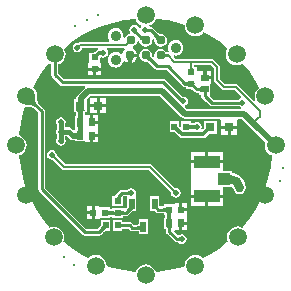
<source format=gbl>
G04*
G04 #@! TF.GenerationSoftware,Altium Limited,Altium Designer,19.1.5 (86)*
G04*
G04 Layer_Physical_Order=2*
G04 Layer_Color=16711680*
%FSAX25Y25*%
%MOIN*%
G70*
G01*
G75*
%ADD10C,0.01000*%
%ADD12C,0.00787*%
%ADD18R,0.02520X0.02362*%
%ADD21R,0.02362X0.02520*%
%ADD33C,0.01575*%
%ADD34C,0.01181*%
%ADD35C,0.02953*%
%ADD36C,0.00984*%
%ADD37C,0.05906*%
%ADD38C,0.03543*%
%ADD39C,0.01968*%
%ADD40R,0.03150X0.03150*%
%ADD41R,0.01968X0.02362*%
%ADD42R,0.08661X0.04134*%
%ADD43R,0.03937X0.03937*%
%ADD44R,0.02362X0.01968*%
%ADD45R,0.01890X0.03740*%
%ADD46C,0.03110*%
%ADD47C,0.01968*%
G36*
X0156175Y0202144D02*
X0159834Y0201662D01*
X0163438Y0200864D01*
X0165478Y0200220D01*
X0165440Y0199928D01*
X0165562Y0199001D01*
X0165919Y0198137D01*
X0166489Y0197395D01*
X0167230Y0196826D01*
X0168094Y0196468D01*
X0169021Y0196346D01*
X0169948Y0196468D01*
X0170812Y0196826D01*
X0171554Y0197395D01*
X0171734Y0197630D01*
X0173641Y0196637D01*
X0176753Y0194654D01*
X0179449Y0192586D01*
X0179701Y0192106D01*
X0179343Y0191242D01*
X0179221Y0190315D01*
X0179343Y0189388D01*
X0179701Y0188524D01*
X0180270Y0187782D01*
X0181012Y0187213D01*
X0181876Y0186855D01*
X0182803Y0186733D01*
X0183730Y0186855D01*
X0184594Y0187213D01*
X0185074Y0186960D01*
X0187143Y0184265D01*
X0189126Y0181153D01*
X0190161Y0179164D01*
X0189795Y0178884D01*
X0189226Y0178142D01*
X0188868Y0177278D01*
X0188746Y0176351D01*
X0188868Y0175424D01*
X0188966Y0175187D01*
X0188542Y0174904D01*
X0183400Y0180046D01*
X0183072Y0180265D01*
X0182685Y0180342D01*
X0179009D01*
X0177240Y0182112D01*
Y0186102D01*
X0177163Y0186489D01*
X0176944Y0186818D01*
X0175211Y0188550D01*
X0174883Y0188769D01*
X0174496Y0188846D01*
X0162395D01*
X0161770Y0189472D01*
X0162003Y0189945D01*
X0162488Y0189882D01*
X0163156Y0189969D01*
X0163778Y0190227D01*
X0164312Y0190637D01*
X0164722Y0191171D01*
X0164980Y0191793D01*
X0165067Y0192461D01*
X0164980Y0193128D01*
X0164722Y0193750D01*
X0164312Y0194284D01*
X0163778Y0194694D01*
X0163156Y0194952D01*
X0162488Y0195040D01*
X0161821Y0194952D01*
X0161199Y0194694D01*
X0160664Y0194284D01*
X0160255Y0193750D01*
X0159997Y0193128D01*
X0159909Y0192461D01*
X0159997Y0191793D01*
X0160151Y0191422D01*
X0159971Y0191125D01*
X0159867Y0191051D01*
X0159364Y0191113D01*
X0159311Y0191148D01*
X0159287Y0191206D01*
X0159230Y0191230D01*
X0159041Y0191513D01*
X0158328Y0191989D01*
X0157488Y0192156D01*
X0156648Y0191989D01*
X0155936Y0191513D01*
X0155460Y0190801D01*
X0155292Y0189961D01*
X0155329Y0189777D01*
X0155147Y0189549D01*
X0154890Y0189419D01*
X0154715Y0189515D01*
X0154696Y0189581D01*
X0154685Y0189644D01*
X0154681Y0189706D01*
X0154685Y0189802D01*
X0154680Y0189814D01*
X0154685Y0189826D01*
X0154666Y0189872D01*
X0154684Y0189961D01*
X0154517Y0190801D01*
X0154041Y0191513D01*
X0153329Y0191989D01*
X0152488Y0192156D01*
X0151648Y0191989D01*
X0150936Y0191513D01*
X0150460Y0190801D01*
X0150293Y0189961D01*
X0150460Y0189120D01*
X0150936Y0188408D01*
X0151648Y0187932D01*
X0152488Y0187765D01*
X0152577Y0187783D01*
X0152623Y0187764D01*
X0152635Y0187768D01*
X0152647Y0187764D01*
X0152743Y0187768D01*
X0152805Y0187763D01*
X0152868Y0187752D01*
X0152934Y0187734D01*
X0153003Y0187708D01*
X0153078Y0187671D01*
X0153157Y0187623D01*
X0153242Y0187562D01*
X0153332Y0187488D01*
X0153439Y0187387D01*
X0153501Y0187363D01*
X0155358Y0185507D01*
X0155721Y0185265D01*
X0156150Y0185179D01*
X0159387D01*
X0164885Y0179681D01*
X0165249Y0179438D01*
X0165538Y0179380D01*
X0165665Y0179325D01*
X0165804Y0179322D01*
X0165866Y0179318D01*
Y0178890D01*
X0167009D01*
X0167023Y0178878D01*
X0167072Y0178884D01*
X0167114Y0178859D01*
X0167234Y0178890D01*
X0167479D01*
X0167561Y0178843D01*
X0167673Y0178766D01*
X0167988Y0178501D01*
X0168168Y0178327D01*
X0168233Y0178301D01*
X0168665Y0177869D01*
X0169028Y0177627D01*
X0169457Y0177541D01*
X0169768D01*
X0169830Y0177514D01*
X0170002Y0177509D01*
X0170130Y0177498D01*
X0170227Y0177482D01*
X0170236Y0177480D01*
Y0176882D01*
X0170975D01*
Y0176575D01*
X0171060Y0176146D01*
X0171303Y0175783D01*
X0172680Y0174405D01*
X0172799Y0174326D01*
X0173783Y0173342D01*
X0174146Y0173099D01*
X0174575Y0173014D01*
X0183577D01*
X0183591Y0172993D01*
X0184115Y0172643D01*
X0184203Y0172626D01*
X0184153Y0172125D01*
X0166149D01*
X0165559Y0172716D01*
X0165711Y0173270D01*
X0166121Y0173544D01*
X0166470Y0174067D01*
X0166593Y0174685D01*
X0166470Y0175303D01*
X0166121Y0175826D01*
X0165597Y0176176D01*
X0164980Y0176299D01*
X0164689Y0176241D01*
X0164688Y0176242D01*
X0164667Y0176248D01*
X0164657Y0176253D01*
X0164639Y0176265D01*
X0164539Y0176346D01*
X0164481Y0176401D01*
X0164418Y0176426D01*
X0159107Y0181737D01*
X0158744Y0181980D01*
X0158315Y0182065D01*
X0125275D01*
X0123293Y0184047D01*
Y0186935D01*
X0123964Y0187213D01*
X0124706Y0187782D01*
X0125275Y0188524D01*
X0125633Y0189388D01*
X0125755Y0190315D01*
X0125633Y0191242D01*
X0125275Y0192106D01*
X0125528Y0192586D01*
X0128223Y0194654D01*
X0131336Y0196637D01*
X0134609Y0198342D01*
X0138019Y0199754D01*
X0141539Y0200864D01*
X0145142Y0201662D01*
X0148801Y0202144D01*
X0149120Y0202158D01*
X0149386Y0201516D01*
X0149955Y0200774D01*
X0150697Y0200205D01*
X0151012Y0200075D01*
X0151067Y0199511D01*
X0151032Y0199487D01*
X0150682Y0198964D01*
X0150676Y0198932D01*
X0150166D01*
X0150121Y0199161D01*
X0149771Y0199684D01*
X0149248Y0200034D01*
X0148630Y0200157D01*
X0148012Y0200034D01*
X0147489Y0199684D01*
X0147139Y0199161D01*
X0147016Y0198543D01*
X0147139Y0197926D01*
X0147333Y0197635D01*
X0147132Y0197085D01*
X0146648Y0196989D01*
X0145936Y0196513D01*
X0145460Y0195801D01*
X0144999Y0195943D01*
X0145067Y0196461D01*
X0144980Y0197128D01*
X0144722Y0197750D01*
X0144312Y0198284D01*
X0143778Y0198694D01*
X0143156Y0198952D01*
X0142488Y0199040D01*
X0141821Y0198952D01*
X0141199Y0198694D01*
X0140665Y0198284D01*
X0140255Y0197750D01*
X0139997Y0197128D01*
X0139909Y0196461D01*
X0139997Y0195793D01*
X0140255Y0195171D01*
X0140404Y0194976D01*
X0140158Y0194476D01*
X0130638D01*
X0130251Y0194399D01*
X0129922Y0194180D01*
X0129922Y0194180D01*
X0129878Y0194136D01*
X0129693Y0194173D01*
X0129075Y0194050D01*
X0128552Y0193700D01*
X0128202Y0193177D01*
X0128079Y0192559D01*
X0128202Y0191941D01*
X0128552Y0191418D01*
X0129075Y0191068D01*
X0129693Y0190945D01*
X0130310Y0191068D01*
X0130834Y0191418D01*
X0131184Y0191941D01*
X0131286Y0192453D01*
X0136573D01*
X0136622Y0191953D01*
X0136493Y0191927D01*
X0136100Y0191665D01*
X0136020Y0191585D01*
X0135958Y0191560D01*
X0135785Y0191389D01*
X0135492Y0191114D01*
X0135273Y0190932D01*
X0135226Y0190898D01*
X0135210Y0190901D01*
X0135168Y0190874D01*
X0133661D01*
Y0187839D01*
X0133661Y0187709D01*
X0133348Y0187339D01*
X0133260D01*
Y0185854D01*
X0135441D01*
X0136601D01*
X0136598Y0186315D01*
X0136609Y0186220D01*
X0136639Y0186135D01*
X0136690Y0186060D01*
X0136761Y0185995D01*
X0136853Y0185940D01*
X0136964Y0185895D01*
X0137095Y0185860D01*
X0137129Y0185854D01*
X0137622D01*
Y0187339D01*
X0137534D01*
X0137221Y0187709D01*
X0137221Y0187839D01*
Y0189034D01*
X0137604Y0189294D01*
X0137729Y0189310D01*
X0138315Y0189194D01*
X0138933Y0189317D01*
X0139456Y0189666D01*
X0139806Y0190190D01*
X0139929Y0190807D01*
X0139806Y0191425D01*
X0139456Y0191948D01*
X0139449Y0191953D01*
X0139601Y0192453D01*
X0145403D01*
X0145572Y0191953D01*
X0145351Y0191783D01*
X0144941Y0191249D01*
X0144684Y0190628D01*
X0144681Y0190605D01*
X0144630Y0190561D01*
X0144151Y0190408D01*
X0143778Y0190694D01*
X0143156Y0190952D01*
X0142488Y0191040D01*
X0141821Y0190952D01*
X0141199Y0190694D01*
X0140665Y0190284D01*
X0140255Y0189750D01*
X0139997Y0189128D01*
X0139909Y0188461D01*
X0139997Y0187793D01*
X0140255Y0187171D01*
X0140665Y0186637D01*
X0141199Y0186227D01*
X0141821Y0185969D01*
X0142488Y0185881D01*
X0143156Y0185969D01*
X0143778Y0186227D01*
X0144312Y0186637D01*
X0144722Y0187171D01*
X0144980Y0187793D01*
X0144983Y0187818D01*
X0145032Y0187860D01*
X0145513Y0188014D01*
X0145885Y0187729D01*
X0146506Y0187471D01*
X0146667Y0187450D01*
X0146671Y0187561D01*
X0146668Y0187656D01*
X0146653Y0187815D01*
X0146628Y0187965D01*
X0146593Y0188107D01*
X0146548Y0188239D01*
X0146493Y0188363D01*
X0146428Y0188478D01*
X0146353Y0188584D01*
X0146268Y0188681D01*
X0146173Y0188770D01*
X0146673D01*
Y0189961D01*
X0147173D01*
Y0190461D01*
X0149685D01*
X0149663Y0190628D01*
X0149405Y0191249D01*
X0148996Y0191783D01*
X0148462Y0192192D01*
X0148044Y0192366D01*
X0148095Y0192886D01*
X0148328Y0192932D01*
X0149041Y0193408D01*
X0149517Y0194120D01*
X0149600Y0194536D01*
X0149973Y0194733D01*
X0150145Y0194749D01*
X0150315Y0194588D01*
X0150328Y0194532D01*
X0150338Y0194518D01*
X0150336Y0194501D01*
X0150400Y0194418D01*
X0150460Y0194120D01*
X0150936Y0193408D01*
X0151648Y0192932D01*
X0152488Y0192765D01*
X0153329Y0192932D01*
X0154041Y0193408D01*
X0154517Y0194120D01*
X0154684Y0194961D01*
X0154648Y0195144D01*
X0154830Y0195372D01*
X0155086Y0195502D01*
X0155262Y0195406D01*
X0155280Y0195341D01*
X0155291Y0195278D01*
X0155295Y0195215D01*
X0155292Y0195119D01*
X0155296Y0195107D01*
X0155291Y0195096D01*
X0155310Y0195050D01*
X0155292Y0194961D01*
X0155460Y0194120D01*
X0155936Y0193408D01*
X0156648Y0192932D01*
X0157488Y0192765D01*
X0158328Y0192932D01*
X0159041Y0193408D01*
X0159517Y0194120D01*
X0159684Y0194961D01*
X0159517Y0195801D01*
X0159041Y0196513D01*
X0158328Y0196989D01*
X0157488Y0197156D01*
X0157399Y0197139D01*
X0157353Y0197158D01*
X0157342Y0197153D01*
X0157330Y0197157D01*
X0157234Y0197154D01*
X0157171Y0197158D01*
X0157108Y0197169D01*
X0157043Y0197187D01*
X0156973Y0197214D01*
X0156898Y0197250D01*
X0156819Y0197299D01*
X0156734Y0197359D01*
X0156645Y0197433D01*
X0156538Y0197534D01*
X0156475Y0197558D01*
X0154894Y0199138D01*
X0154531Y0199381D01*
X0154102Y0199466D01*
X0153802D01*
X0153706Y0199952D01*
X0153708Y0199969D01*
X0154279Y0200205D01*
X0155021Y0200774D01*
X0155590Y0201516D01*
X0155856Y0202158D01*
X0156175Y0202144D01*
D02*
G37*
G36*
X0152917Y0199000D02*
X0152965Y0198967D01*
X0153020Y0198939D01*
X0153083Y0198915D01*
X0153153Y0198894D01*
X0153230Y0198877D01*
X0153314Y0198863D01*
X0153406Y0198854D01*
X0153612Y0198846D01*
Y0197846D01*
X0153505Y0197845D01*
X0153314Y0197829D01*
X0153230Y0197816D01*
X0153153Y0197799D01*
X0153083Y0197778D01*
X0153020Y0197754D01*
X0152965Y0197725D01*
X0152917Y0197693D01*
X0152876Y0197658D01*
Y0199035D01*
X0152917Y0199000D01*
D02*
G37*
G36*
X0149578Y0198256D02*
X0149579Y0198199D01*
X0149588Y0198140D01*
X0149607Y0198078D01*
X0149635Y0198013D01*
X0149672Y0197946D01*
X0149718Y0197877D01*
X0149774Y0197805D01*
X0149838Y0197731D01*
X0149911Y0197654D01*
X0149009Y0197142D01*
X0148932Y0197218D01*
X0148662Y0197451D01*
X0148605Y0197491D01*
X0148552Y0197525D01*
X0148503Y0197551D01*
X0148458Y0197570D01*
X0148417Y0197582D01*
X0149586Y0198311D01*
X0149578Y0198256D01*
D02*
G37*
G36*
X0156216Y0196947D02*
X0156339Y0196845D01*
X0156463Y0196757D01*
X0156587Y0196682D01*
X0156713Y0196620D01*
X0156839Y0196571D01*
X0156967Y0196536D01*
X0157095Y0196514D01*
X0157223Y0196505D01*
X0157353Y0196510D01*
X0155939Y0195096D01*
X0155944Y0195225D01*
X0155935Y0195354D01*
X0155913Y0195482D01*
X0155878Y0195609D01*
X0155829Y0195736D01*
X0155767Y0195861D01*
X0155692Y0195986D01*
X0155603Y0196110D01*
X0155501Y0196233D01*
X0155386Y0196355D01*
X0156093Y0197063D01*
X0156216Y0196947D01*
D02*
G37*
G36*
X0150866Y0196708D02*
X0150989Y0196608D01*
X0151111Y0196525D01*
X0151233Y0196459D01*
X0151353Y0196410D01*
X0151473Y0196378D01*
X0151592Y0196362D01*
X0151709Y0196364D01*
X0151826Y0196382D01*
X0151942Y0196417D01*
X0150960Y0194675D01*
X0150931Y0194801D01*
X0150893Y0194927D01*
X0150845Y0195053D01*
X0150788Y0195177D01*
X0150721Y0195301D01*
X0150645Y0195423D01*
X0150559Y0195545D01*
X0150464Y0195667D01*
X0150244Y0195907D01*
X0150741Y0196824D01*
X0150866Y0196708D01*
D02*
G37*
G36*
X0137375Y0190390D02*
X0137203Y0190215D01*
X0136727Y0189679D01*
X0136661Y0189585D01*
X0136616Y0189508D01*
X0136593Y0189446D01*
X0136591Y0189401D01*
X0136610Y0189373D01*
X0135326Y0190264D01*
X0135363Y0190253D01*
X0135417Y0190264D01*
X0135486Y0190295D01*
X0135571Y0190348D01*
X0135672Y0190421D01*
X0135921Y0190629D01*
X0136233Y0190921D01*
X0136413Y0191099D01*
X0137375Y0190390D01*
D02*
G37*
G36*
X0158880Y0190673D02*
X0158941Y0190606D01*
X0159012Y0190547D01*
X0159092Y0190496D01*
X0159183Y0190453D01*
X0159283Y0190417D01*
X0159392Y0190390D01*
X0159512Y0190370D01*
X0159641Y0190358D01*
X0159780Y0190354D01*
Y0189567D01*
X0159641Y0189563D01*
X0159512Y0189551D01*
X0159392Y0189532D01*
X0159283Y0189504D01*
X0159183Y0189469D01*
X0159092Y0189425D01*
X0159012Y0189374D01*
X0158941Y0189315D01*
X0158880Y0189248D01*
X0158829Y0189173D01*
Y0190748D01*
X0158880Y0190673D01*
D02*
G37*
G36*
X0154033Y0189696D02*
X0154041Y0189567D01*
X0154063Y0189439D01*
X0154099Y0189312D01*
X0154147Y0189185D01*
X0154209Y0189060D01*
X0154284Y0188935D01*
X0154373Y0188811D01*
X0154475Y0188688D01*
X0154590Y0188566D01*
X0153883Y0187859D01*
X0153761Y0187974D01*
X0153638Y0188076D01*
X0153514Y0188164D01*
X0153389Y0188240D01*
X0153263Y0188302D01*
X0153137Y0188350D01*
X0153010Y0188385D01*
X0152882Y0188407D01*
X0152753Y0188416D01*
X0152623Y0188411D01*
X0154037Y0189826D01*
X0154033Y0189696D01*
D02*
G37*
G36*
X0168043Y0186017D02*
X0168055Y0185881D01*
X0168075Y0185761D01*
X0168102Y0185658D01*
X0168138Y0185570D01*
X0168181Y0185498D01*
X0168232Y0185442D01*
X0168291Y0185402D01*
X0168358Y0185378D01*
X0168433Y0185370D01*
X0166858D01*
X0166933Y0185378D01*
X0167000Y0185402D01*
X0167059Y0185442D01*
X0167110Y0185498D01*
X0167154Y0185570D01*
X0167189Y0185658D01*
X0167217Y0185761D01*
X0167236Y0185881D01*
X0167248Y0186017D01*
X0167252Y0186169D01*
X0168039D01*
X0168043Y0186017D01*
D02*
G37*
G36*
X0166489Y0179673D02*
X0166481Y0179730D01*
X0166456Y0179781D01*
X0166416Y0179826D01*
X0166359Y0179865D01*
X0166286Y0179898D01*
X0166197Y0179924D01*
X0166091Y0179946D01*
X0165969Y0179961D01*
X0165831Y0179970D01*
X0165677Y0179973D01*
Y0180973D01*
X0165831Y0180975D01*
X0166091Y0180999D01*
X0166197Y0181020D01*
X0166286Y0181047D01*
X0166359Y0181080D01*
X0166416Y0181119D01*
X0166456Y0181164D01*
X0166481Y0181215D01*
X0166489Y0181272D01*
Y0179673D01*
D02*
G37*
G36*
X0168749Y0180649D02*
X0168714Y0180564D01*
X0168709Y0180463D01*
X0168735Y0180345D01*
X0168790Y0180212D01*
X0168876Y0180062D01*
X0168992Y0179897D01*
X0169138Y0179715D01*
X0169522Y0179303D01*
X0168618Y0178793D01*
X0168422Y0178982D01*
X0168066Y0179281D01*
X0167906Y0179392D01*
X0167759Y0179476D01*
X0167623Y0179533D01*
X0167500Y0179564D01*
X0167389Y0179569D01*
X0167290Y0179548D01*
X0167204Y0179500D01*
X0168815Y0180718D01*
X0168749Y0180649D01*
D02*
G37*
G36*
X0170859Y0177661D02*
X0170849Y0177756D01*
X0170818Y0177841D01*
X0170768Y0177916D01*
X0170697Y0177981D01*
X0170606Y0178036D01*
X0170494Y0178081D01*
X0170363Y0178116D01*
X0170211Y0178141D01*
X0170039Y0178156D01*
X0169847Y0178161D01*
Y0179161D01*
X0170039Y0179166D01*
X0170211Y0179181D01*
X0170363Y0179206D01*
X0170494Y0179241D01*
X0170606Y0179286D01*
X0170697Y0179341D01*
X0170768Y0179406D01*
X0170818Y0179481D01*
X0170849Y0179566D01*
X0170859Y0179661D01*
Y0177661D01*
D02*
G37*
G36*
X0175217Y0185683D02*
Y0181693D01*
X0175294Y0181306D01*
X0175513Y0180978D01*
X0177875Y0178615D01*
X0177875Y0178615D01*
X0178203Y0178396D01*
X0178591Y0178319D01*
X0178591Y0178319D01*
X0182266D01*
X0184395Y0176190D01*
X0184230Y0175648D01*
X0184115Y0175625D01*
X0183591Y0175275D01*
X0183577Y0175254D01*
X0175039D01*
X0174304Y0175989D01*
X0174185Y0176068D01*
X0173782Y0176471D01*
X0173953Y0176882D01*
X0173953D01*
Y0180260D01*
X0174354D01*
Y0181941D01*
X0172095D01*
Y0182441D01*
X0171595D01*
Y0183610D01*
X0171095D01*
X0171189Y0183620D01*
X0171274Y0183650D01*
X0171350Y0183700D01*
X0171414Y0183770D01*
X0171469Y0183860D01*
X0171514Y0183970D01*
X0171549Y0184100D01*
X0171574Y0184250D01*
X0171590Y0184420D01*
X0171595Y0184609D01*
Y0184622D01*
X0169835D01*
X0169425Y0184841D01*
Y0185992D01*
X0168696D01*
X0168690Y0186054D01*
X0168687Y0186186D01*
X0168657Y0186252D01*
Y0186823D01*
X0174077D01*
X0175217Y0185683D01*
D02*
G37*
G36*
X0131910Y0174752D02*
X0129917D01*
X0129919Y0174762D01*
X0129921Y0174792D01*
X0129928Y0175240D01*
X0129929Y0175748D01*
X0131898D01*
X0131910Y0174752D01*
D02*
G37*
G36*
X0164111Y0175860D02*
X0164257Y0175741D01*
X0164325Y0175696D01*
X0164392Y0175660D01*
X0164455Y0175634D01*
X0164516Y0175617D01*
X0164575Y0175610D01*
X0164631Y0175612D01*
X0164684Y0175624D01*
X0164035Y0174408D01*
X0164022Y0174442D01*
X0164003Y0174480D01*
X0163976Y0174523D01*
X0163942Y0174572D01*
X0163852Y0174683D01*
X0163734Y0174814D01*
X0163587Y0174966D01*
X0164034Y0175933D01*
X0164111Y0175860D01*
D02*
G37*
G36*
X0115640Y0175986D02*
X0115692Y0175225D01*
X0115741Y0174889D01*
X0115804Y0174581D01*
X0115883Y0174303D01*
X0115977Y0174054D01*
X0116086Y0173835D01*
X0116210Y0173644D01*
X0116349Y0173483D01*
X0115642Y0172776D01*
X0115480Y0172915D01*
X0115290Y0173039D01*
X0115070Y0173148D01*
X0114821Y0173242D01*
X0114543Y0173320D01*
X0114236Y0173384D01*
X0113899Y0173432D01*
X0113138Y0173484D01*
X0112714Y0173487D01*
X0115637Y0176410D01*
X0115640Y0175986D01*
D02*
G37*
G36*
X0132093Y0171610D02*
X0131961Y0171563D01*
X0131844Y0171484D01*
X0131744Y0171374D01*
X0131658Y0171232D01*
X0131589Y0171059D01*
X0131534Y0170854D01*
X0131496Y0170618D01*
X0131472Y0170351D01*
X0131470Y0170260D01*
X0131526Y0169571D01*
X0131560Y0169397D01*
X0131602Y0169256D01*
X0131652Y0169146D01*
X0131709Y0169067D01*
X0131774Y0169019D01*
X0131846Y0169004D01*
X0129508D01*
X0129581Y0169019D01*
X0129646Y0169067D01*
X0129703Y0169146D01*
X0129752Y0169256D01*
X0129794Y0169397D01*
X0129829Y0169571D01*
X0129855Y0169775D01*
X0129885Y0170255D01*
X0129882Y0170351D01*
X0129859Y0170618D01*
X0129820Y0170854D01*
X0129766Y0171059D01*
X0129696Y0171232D01*
X0129611Y0171374D01*
X0129510Y0171484D01*
X0129393Y0171563D01*
X0129262Y0171610D01*
X0129114Y0171626D01*
X0132240D01*
X0132093Y0171610D01*
D02*
G37*
G36*
X0131774Y0166492D02*
X0131709Y0166445D01*
X0131652Y0166366D01*
X0131602Y0166256D01*
X0131560Y0166114D01*
X0131526Y0165941D01*
X0131499Y0165736D01*
X0131486Y0165529D01*
X0131526Y0165043D01*
X0131560Y0164870D01*
X0131602Y0164728D01*
X0131652Y0164618D01*
X0131709Y0164539D01*
X0131774Y0164492D01*
X0131846Y0164476D01*
X0129508D01*
X0129581Y0164492D01*
X0129646Y0164539D01*
X0129703Y0164618D01*
X0129752Y0164728D01*
X0129794Y0164870D01*
X0129829Y0165043D01*
X0129855Y0165248D01*
X0129868Y0165455D01*
X0129829Y0165941D01*
X0129794Y0166114D01*
X0129752Y0166256D01*
X0129703Y0166366D01*
X0129646Y0166445D01*
X0129581Y0166492D01*
X0129508Y0166508D01*
X0131846D01*
X0131774Y0166492D01*
D02*
G37*
G36*
X0129520Y0161996D02*
X0129508Y0162080D01*
X0129470Y0162156D01*
X0129408Y0162223D01*
X0129321Y0162281D01*
X0129209Y0162330D01*
X0129072Y0162370D01*
X0128910Y0162401D01*
X0128724Y0162423D01*
X0128512Y0162436D01*
X0128276Y0162441D01*
Y0164016D01*
X0128512Y0164020D01*
X0128910Y0164056D01*
X0129072Y0164087D01*
X0129209Y0164127D01*
X0129321Y0164176D01*
X0129408Y0164234D01*
X0129470Y0164301D01*
X0129508Y0164376D01*
X0129520Y0164461D01*
Y0161996D01*
D02*
G37*
G36*
X0139387Y0132189D02*
X0139319Y0132254D01*
X0139235Y0132287D01*
X0139134Y0132291D01*
X0139017Y0132265D01*
X0138884Y0132208D01*
X0138734Y0132121D01*
X0138568Y0132003D01*
X0138386Y0131856D01*
X0137973Y0131470D01*
X0137462Y0132374D01*
X0137653Y0132572D01*
X0137955Y0132929D01*
X0138066Y0133089D01*
X0138151Y0133237D01*
X0138210Y0133372D01*
X0138242Y0133495D01*
X0138248Y0133605D01*
X0138228Y0133703D01*
X0138181Y0133788D01*
X0139387Y0132189D01*
D02*
G37*
G36*
X0121053Y0186935D02*
Y0183583D01*
X0121139Y0183154D01*
X0121381Y0182791D01*
X0124019Y0180153D01*
X0124382Y0179910D01*
X0124811Y0179825D01*
X0132113D01*
X0132264Y0179325D01*
X0132095Y0179212D01*
X0129772Y0176889D01*
X0129422Y0176366D01*
X0129317Y0175835D01*
X0129281Y0175749D01*
X0129281Y0175362D01*
X0128504D01*
Y0171757D01*
X0128470Y0171695D01*
X0128481Y0171660D01*
X0128467Y0171626D01*
X0128504Y0171536D01*
Y0171016D01*
X0128984D01*
X0129045Y0170982D01*
X0129094Y0170977D01*
X0129114Y0170943D01*
X0129150Y0170854D01*
X0129186Y0170719D01*
X0129216Y0170538D01*
X0129235Y0170314D01*
X0129236Y0170266D01*
X0129210Y0169837D01*
X0129189Y0169676D01*
X0129177Y0169614D01*
X0128898D01*
Y0169094D01*
X0128860Y0169004D01*
X0128888Y0168937D01*
X0128875Y0168866D01*
X0128898Y0168834D01*
Y0166678D01*
X0128875Y0166646D01*
X0128888Y0166575D01*
X0128860Y0166508D01*
X0128898Y0166418D01*
Y0165898D01*
X0128898D01*
X0129045Y0165527D01*
X0128751Y0165090D01*
X0128403Y0165099D01*
X0127975Y0165527D01*
X0127517Y0165833D01*
X0126976Y0165940D01*
X0125633D01*
Y0166943D01*
X0125711Y0167060D01*
X0125834Y0167677D01*
X0125711Y0168295D01*
X0125362Y0168818D01*
X0124838Y0169168D01*
X0124221Y0169291D01*
X0123603Y0169168D01*
X0123079Y0168818D01*
X0122730Y0168295D01*
X0122607Y0167677D01*
X0122730Y0167060D01*
X0122808Y0166943D01*
Y0165262D01*
X0122730Y0165145D01*
X0122607Y0164528D01*
X0122730Y0163910D01*
X0122808Y0163794D01*
Y0162191D01*
X0122730Y0162074D01*
X0122607Y0161457D01*
X0122730Y0160839D01*
X0123079Y0160316D01*
X0123603Y0159966D01*
X0124221Y0159843D01*
X0124838Y0159966D01*
X0125362Y0160316D01*
X0125711Y0160839D01*
X0125834Y0161457D01*
X0125711Y0162074D01*
X0125633Y0162191D01*
Y0163115D01*
X0126391D01*
X0127276Y0162229D01*
X0127277Y0162229D01*
X0127735Y0161923D01*
X0128160Y0161838D01*
X0128263Y0161793D01*
X0128486Y0161789D01*
X0128665Y0161778D01*
X0128811Y0161760D01*
X0128898Y0161744D01*
Y0161370D01*
X0129467D01*
X0129520Y0161348D01*
X0129566Y0161367D01*
X0129614Y0161355D01*
X0129639Y0161370D01*
X0132276D01*
Y0160968D01*
X0133957D01*
Y0163228D01*
X0134457D01*
Y0163728D01*
X0136638D01*
Y0165488D01*
X0136638D01*
Y0165496D01*
X0136638D01*
Y0167256D01*
X0134457D01*
Y0167756D01*
X0133957D01*
Y0170016D01*
X0132508D01*
X0132449Y0170061D01*
X0132132Y0170456D01*
X0132139Y0170538D01*
X0132168Y0170719D01*
X0132204Y0170854D01*
X0132240Y0170943D01*
X0132261Y0170977D01*
X0132309Y0170982D01*
X0132370Y0171016D01*
X0132850D01*
Y0171536D01*
X0132888Y0171626D01*
X0132874Y0171660D01*
X0132884Y0171695D01*
X0132850Y0171757D01*
Y0175362D01*
X0132850Y0175362D01*
X0132850D01*
X0133161Y0175714D01*
X0133905Y0176457D01*
X0157253D01*
X0164339Y0169371D01*
X0164863Y0169021D01*
X0165480Y0168898D01*
X0177394D01*
X0177687Y0168520D01*
X0177687Y0168398D01*
Y0166445D01*
X0180262D01*
X0182837D01*
Y0168398D01*
X0182837Y0168520D01*
X0183130Y0168898D01*
X0184587D01*
X0187259Y0166227D01*
X0192381Y0161104D01*
X0192308Y0160927D01*
X0192186Y0160000D01*
X0192308Y0159073D01*
X0192666Y0158209D01*
X0193235Y0157467D01*
X0193977Y0156898D01*
X0194646Y0156621D01*
X0194632Y0156313D01*
X0194151Y0152654D01*
X0193352Y0149051D01*
X0192242Y0145531D01*
X0190830Y0142121D01*
X0189126Y0138847D01*
X0187143Y0135735D01*
X0184896Y0132807D01*
X0184669Y0132559D01*
X0184019Y0132829D01*
X0183092Y0132951D01*
X0182165Y0132829D01*
X0181301Y0132471D01*
X0180559Y0131902D01*
X0179990Y0131160D01*
X0179632Y0130296D01*
X0179510Y0129369D01*
X0179632Y0128442D01*
X0179901Y0127793D01*
X0179682Y0127592D01*
X0176753Y0125346D01*
X0173641Y0123363D01*
X0171657Y0122330D01*
X0171599Y0122405D01*
X0170857Y0122974D01*
X0169993Y0123332D01*
X0169067Y0123454D01*
X0168140Y0123332D01*
X0167276Y0122974D01*
X0166534Y0122405D01*
X0165964Y0121663D01*
X0165607Y0120799D01*
X0165485Y0119872D01*
X0165496Y0119785D01*
X0163438Y0119136D01*
X0159834Y0118338D01*
X0156175Y0117856D01*
X0155856Y0117842D01*
X0155590Y0118484D01*
X0155021Y0119226D01*
X0154279Y0119795D01*
X0153415Y0120153D01*
X0152488Y0120275D01*
X0151561Y0120153D01*
X0150697Y0119795D01*
X0149955Y0119226D01*
X0149386Y0118484D01*
X0149120Y0117842D01*
X0148801Y0117856D01*
X0145142Y0118338D01*
X0141539Y0119136D01*
X0139442Y0119798D01*
X0139449Y0119854D01*
X0139327Y0120781D01*
X0138969Y0121645D01*
X0138400Y0122387D01*
X0137658Y0122956D01*
X0136794Y0123314D01*
X0135867Y0123436D01*
X0134940Y0123314D01*
X0134076Y0122956D01*
X0133335Y0122387D01*
X0133299Y0122341D01*
X0131336Y0123363D01*
X0128223Y0125346D01*
X0125295Y0127592D01*
X0125023Y0127842D01*
X0125239Y0128364D01*
X0125361Y0129291D01*
X0125239Y0130218D01*
X0124881Y0131082D01*
X0124312Y0131824D01*
X0123570Y0132393D01*
X0122707Y0132751D01*
X0121780Y0132873D01*
X0120852Y0132751D01*
X0120330Y0132535D01*
X0120080Y0132807D01*
X0117834Y0135735D01*
X0115851Y0138847D01*
X0114147Y0142121D01*
X0112734Y0145531D01*
X0111625Y0149051D01*
X0110826Y0152654D01*
X0110344Y0156313D01*
X0110330Y0156632D01*
X0110972Y0156898D01*
X0111714Y0157467D01*
X0112283Y0158209D01*
X0112641Y0159073D01*
X0112763Y0160000D01*
X0112641Y0160927D01*
X0112283Y0161791D01*
X0111714Y0162533D01*
X0110972Y0163102D01*
X0110330Y0163368D01*
X0110344Y0163687D01*
X0110826Y0167346D01*
X0111625Y0170949D01*
X0112194Y0172757D01*
X0112709Y0172839D01*
X0113114Y0172836D01*
X0113831Y0172788D01*
X0114124Y0172746D01*
X0114389Y0172691D01*
X0114619Y0172626D01*
X0114812Y0172553D01*
X0114968Y0172475D01*
X0115090Y0172396D01*
X0115219Y0172285D01*
X0115274Y0172267D01*
X0116683Y0170858D01*
Y0145433D01*
X0116769Y0145004D01*
X0117011Y0144641D01*
X0131460Y0130192D01*
X0131823Y0129949D01*
X0132252Y0129864D01*
X0136779D01*
X0137208Y0129949D01*
X0137571Y0130192D01*
X0138285Y0130905D01*
X0138291Y0130906D01*
X0138312Y0130933D01*
X0138353Y0130973D01*
X0138414Y0130997D01*
X0138811Y0131367D01*
X0138959Y0131487D01*
X0139073Y0131567D01*
X0139265D01*
X0139297Y0131548D01*
X0139352Y0131562D01*
X0139405Y0131542D01*
X0139461Y0131567D01*
X0140724D01*
Y0135126D01*
X0137559D01*
Y0133911D01*
X0137540Y0133879D01*
X0137559Y0133805D01*
Y0133507D01*
X0137519Y0133436D01*
X0137440Y0133324D01*
X0137172Y0133006D01*
X0136996Y0132824D01*
X0136971Y0132759D01*
X0136316Y0132104D01*
X0132716D01*
X0118923Y0145897D01*
Y0171321D01*
X0118838Y0171750D01*
X0118595Y0172113D01*
X0116857Y0173851D01*
X0116839Y0173906D01*
X0116729Y0174034D01*
X0116649Y0174156D01*
X0116571Y0174313D01*
X0116499Y0174506D01*
X0116434Y0174735D01*
X0116379Y0175001D01*
X0116337Y0175294D01*
X0116288Y0176011D01*
X0116285Y0176415D01*
X0116263Y0176468D01*
X0116145Y0177367D01*
X0115787Y0178231D01*
X0115217Y0178973D01*
X0114859Y0179248D01*
X0115851Y0181153D01*
X0117834Y0184265D01*
X0119902Y0186960D01*
X0120382Y0187213D01*
X0121053Y0186935D01*
D02*
G37*
%LPC*%
G36*
X0149685Y0189461D02*
X0147673D01*
Y0188770D01*
X0148173D01*
X0148078Y0188681D01*
X0147993Y0188584D01*
X0147918Y0188478D01*
X0147853Y0188363D01*
X0147798Y0188239D01*
X0147753Y0188107D01*
X0147718Y0187965D01*
X0147696Y0187833D01*
X0147712Y0187759D01*
X0147734Y0187688D01*
X0147761Y0187625D01*
X0147792Y0187571D01*
X0147829Y0187525D01*
X0147870Y0187489D01*
X0147875Y0187486D01*
X0148462Y0187729D01*
X0148996Y0188138D01*
X0149405Y0188672D01*
X0149663Y0189294D01*
X0149685Y0189461D01*
D02*
G37*
G36*
X0137622Y0184854D02*
X0137610D01*
Y0184815D01*
X0137420Y0184811D01*
X0137250Y0184798D01*
X0137100Y0184776D01*
X0136970Y0184746D01*
X0136860Y0184707D01*
X0136770Y0184659D01*
X0136700Y0184603D01*
X0136650Y0184538D01*
X0136620Y0184464D01*
X0136610Y0184382D01*
X0136607Y0184854D01*
X0135941D01*
Y0183370D01*
X0137622D01*
Y0184854D01*
D02*
G37*
G36*
X0134941D02*
X0133260D01*
Y0183370D01*
X0134941D01*
Y0184854D01*
D02*
G37*
G36*
X0174354Y0184622D02*
X0172732D01*
X0172729Y0184620D01*
X0172697Y0184589D01*
X0172670Y0184547D01*
X0172647Y0184494D01*
X0172628Y0184430D01*
X0172613Y0184355D01*
X0172609Y0184316D01*
X0172615Y0184250D01*
X0172640Y0184100D01*
X0172675Y0183970D01*
X0172720Y0183860D01*
X0172775Y0183770D01*
X0172839Y0183700D01*
X0172915Y0183650D01*
X0173000Y0183620D01*
X0173094Y0183610D01*
X0172594D01*
Y0182941D01*
X0174354D01*
Y0184622D01*
D02*
G37*
G36*
X0139157Y0175764D02*
X0137083D01*
Y0173689D01*
X0139157D01*
Y0175764D01*
D02*
G37*
G36*
X0136083D02*
X0134008D01*
Y0173689D01*
X0136083D01*
Y0175764D01*
D02*
G37*
G36*
X0139157Y0172689D02*
X0137083D01*
Y0170614D01*
X0139157D01*
Y0172689D01*
D02*
G37*
G36*
X0136083D02*
X0134008D01*
Y0170614D01*
X0136083D01*
Y0172689D01*
D02*
G37*
G36*
X0136638Y0170016D02*
X0134957D01*
Y0168256D01*
X0136638D01*
Y0170016D01*
D02*
G37*
G36*
X0176136Y0168118D02*
X0171790D01*
Y0165540D01*
X0171411Y0165194D01*
X0171352Y0165203D01*
X0171256Y0165325D01*
X0171054Y0165752D01*
X0171149Y0166233D01*
X0171026Y0166850D01*
X0170677Y0167374D01*
X0170153Y0167724D01*
X0169535Y0167847D01*
X0168918Y0167724D01*
X0168501Y0167445D01*
X0167535D01*
Y0168000D01*
X0164370D01*
Y0166329D01*
X0163913Y0166130D01*
X0163598Y0166386D01*
Y0168000D01*
X0160433D01*
Y0164441D01*
X0162081D01*
X0163757Y0162765D01*
X0164150Y0162502D01*
X0164614Y0162410D01*
X0171640D01*
X0172104Y0162502D01*
X0172497Y0162765D01*
X0173504Y0163772D01*
X0176136D01*
Y0168118D01*
D02*
G37*
G36*
X0182837Y0165445D02*
X0180762D01*
Y0163370D01*
X0182837D01*
Y0165445D01*
D02*
G37*
G36*
X0179762D02*
X0177687D01*
Y0163370D01*
X0179762D01*
Y0165445D01*
D02*
G37*
G36*
X0136638Y0162728D02*
X0134957D01*
Y0160968D01*
X0136638D01*
Y0162728D01*
D02*
G37*
G36*
X0178087Y0157653D02*
X0173256D01*
Y0155087D01*
X0178087D01*
Y0157653D01*
D02*
G37*
G36*
X0172256D02*
X0167425D01*
Y0155087D01*
X0172256D01*
Y0157653D01*
D02*
G37*
G36*
X0178087Y0154087D02*
X0172756D01*
X0167425D01*
Y0151520D01*
X0167443D01*
Y0146039D01*
X0167425D01*
Y0143472D01*
X0172756D01*
X0178087D01*
Y0146039D01*
X0178515Y0146213D01*
X0181228D01*
X0181594Y0145887D01*
X0181615Y0145778D01*
X0181625Y0145779D01*
X0181772Y0145039D01*
X0182231Y0144352D01*
X0182917Y0143894D01*
X0183727Y0143733D01*
X0184536Y0143894D01*
X0185222Y0144352D01*
X0185681Y0145039D01*
X0185842Y0145848D01*
X0185828Y0145918D01*
X0185825Y0145918D01*
X0185671Y0147081D01*
X0185157Y0148323D01*
X0184338Y0149390D01*
X0183272Y0150208D01*
X0182030Y0150723D01*
X0181228Y0150828D01*
Y0151347D01*
X0178515D01*
X0178087Y0151520D01*
Y0154087D01*
D02*
G37*
G36*
X0147638Y0145669D02*
X0147020Y0145546D01*
X0146590Y0145258D01*
X0146584Y0145256D01*
X0146573Y0145254D01*
X0146551Y0145253D01*
X0146542Y0145248D01*
X0146534Y0145247D01*
X0146520Y0145237D01*
X0146517Y0145236D01*
X0146496Y0145230D01*
X0146461Y0145222D01*
X0146421Y0145216D01*
X0146275Y0145204D01*
X0146188Y0145203D01*
X0146124Y0145175D01*
X0144496D01*
X0144068Y0145090D01*
X0143704Y0144847D01*
X0142366Y0143508D01*
X0142123Y0143145D01*
X0142086Y0142961D01*
X0141378D01*
Y0139795D01*
X0144937D01*
Y0142912D01*
X0144960Y0142935D01*
X0146116D01*
X0146176Y0142908D01*
X0146260Y0142905D01*
Y0140123D01*
X0146239Y0140087D01*
X0146254Y0140034D01*
X0146235Y0139982D01*
X0146260Y0139928D01*
Y0139704D01*
X0146251Y0139689D01*
X0146169Y0139573D01*
X0145885Y0139239D01*
X0145697Y0139045D01*
X0145689Y0139023D01*
X0145669Y0139013D01*
X0145437Y0138920D01*
X0144937Y0139024D01*
Y0139024D01*
X0144419D01*
X0144331Y0139061D01*
X0144329Y0139060D01*
X0144327Y0139061D01*
X0144291Y0139046D01*
X0144255Y0139057D01*
X0144252Y0139055D01*
X0144248Y0139056D01*
X0144191Y0139024D01*
X0142124D01*
X0142067Y0139056D01*
X0142025Y0139044D01*
X0141984Y0139061D01*
X0141896Y0139024D01*
X0141378D01*
Y0138813D01*
X0140934Y0138643D01*
X0140488Y0138813D01*
Y0139260D01*
X0137453D01*
X0137323Y0139260D01*
X0136953Y0139574D01*
Y0139661D01*
X0135468D01*
Y0137480D01*
Y0135299D01*
X0136953D01*
Y0135387D01*
X0137323Y0135701D01*
X0137453Y0135701D01*
X0140488D01*
Y0136148D01*
X0140933Y0136318D01*
X0141378Y0136148D01*
Y0135858D01*
X0141941D01*
X0142004Y0135833D01*
X0142038Y0135847D01*
X0142073Y0135837D01*
X0142112Y0135858D01*
X0144194D01*
X0144255Y0135825D01*
X0144291Y0135836D01*
X0144327Y0135821D01*
X0144417Y0135858D01*
X0144937D01*
Y0136261D01*
X0144947Y0136263D01*
X0145044Y0136278D01*
X0145171Y0136289D01*
X0145343Y0136293D01*
X0145405Y0136321D01*
X0145717D01*
X0146145Y0136406D01*
X0146509Y0136649D01*
X0146548Y0136688D01*
X0146548Y0136688D01*
X0147309Y0137449D01*
X0147370Y0137472D01*
X0147746Y0137822D01*
X0147887Y0137935D01*
X0148009Y0138020D01*
X0148049Y0138043D01*
X0148303D01*
X0148371Y0138019D01*
X0148419Y0138041D01*
X0148471Y0138031D01*
X0148490Y0138043D01*
X0149346D01*
Y0142980D01*
X0149346D01*
X0149147Y0143398D01*
X0149137Y0143480D01*
X0149252Y0144055D01*
X0149129Y0144673D01*
X0148779Y0145196D01*
X0148255Y0145546D01*
X0147638Y0145669D01*
D02*
G37*
G36*
X0121189Y0158385D02*
X0120571Y0158263D01*
X0120048Y0157913D01*
X0119698Y0157389D01*
X0119575Y0156772D01*
X0119698Y0156154D01*
X0120048Y0155631D01*
X0120571Y0155281D01*
X0121189Y0155158D01*
X0121342Y0155188D01*
X0124489Y0152041D01*
X0124818Y0151821D01*
X0125205Y0151744D01*
X0153487D01*
X0160944Y0144287D01*
X0160914Y0144134D01*
X0161037Y0143516D01*
X0161387Y0142993D01*
X0161910Y0142643D01*
X0162528Y0142520D01*
X0163145Y0142643D01*
X0163669Y0142993D01*
X0164018Y0143516D01*
X0164141Y0144134D01*
X0164018Y0144751D01*
X0163669Y0145275D01*
X0163145Y0145625D01*
X0162528Y0145747D01*
X0162375Y0145717D01*
X0154621Y0153471D01*
X0154293Y0153691D01*
X0153905Y0153768D01*
X0125624D01*
X0122772Y0156619D01*
X0122803Y0156772D01*
X0122680Y0157389D01*
X0122330Y0157913D01*
X0121807Y0158263D01*
X0121189Y0158385D01*
D02*
G37*
G36*
X0178087Y0142472D02*
X0173256D01*
Y0139906D01*
X0178087D01*
Y0142472D01*
D02*
G37*
G36*
X0172256D02*
X0167425D01*
Y0139906D01*
X0172256D01*
Y0142472D01*
D02*
G37*
G36*
X0166165Y0140685D02*
X0164681D01*
Y0139004D01*
X0166165D01*
Y0140685D01*
D02*
G37*
G36*
X0134468Y0139661D02*
X0132984D01*
Y0137980D01*
X0134468D01*
Y0139661D01*
D02*
G37*
G36*
Y0136980D02*
X0132984D01*
Y0135299D01*
X0134468D01*
Y0136980D01*
D02*
G37*
G36*
X0153165Y0135343D02*
X0150079D01*
Y0133623D01*
X0150069Y0133620D01*
X0149973Y0133604D01*
X0149845Y0133593D01*
X0149672Y0133589D01*
X0149610Y0133561D01*
X0148503D01*
X0147926Y0134138D01*
X0147562Y0134381D01*
X0147134Y0134466D01*
X0145130D01*
X0145068Y0134494D01*
X0144898Y0134499D01*
X0144773Y0134510D01*
X0144679Y0134525D01*
X0144661Y0134530D01*
Y0135126D01*
X0141496D01*
Y0131567D01*
X0144661D01*
Y0132163D01*
X0144679Y0132168D01*
X0144773Y0132183D01*
X0144898Y0132194D01*
X0145068Y0132199D01*
X0145130Y0132227D01*
X0146670D01*
X0147248Y0131649D01*
X0147611Y0131406D01*
X0148039Y0131321D01*
X0149610D01*
X0149672Y0131293D01*
X0149845Y0131289D01*
X0149973Y0131278D01*
X0150069Y0131262D01*
X0150079Y0131259D01*
Y0130405D01*
X0153165D01*
Y0135343D01*
D02*
G37*
G36*
X0166362Y0133555D02*
X0164681D01*
Y0131795D01*
X0166362D01*
Y0133555D01*
D02*
G37*
G36*
X0156984Y0142980D02*
X0153898D01*
Y0138043D01*
X0155420D01*
X0155751Y0137712D01*
X0156115Y0137469D01*
X0156543Y0137384D01*
X0158193D01*
X0158255Y0137356D01*
X0158428Y0137352D01*
X0158555Y0137341D01*
X0158626Y0137329D01*
X0158661Y0137245D01*
Y0136724D01*
X0158803D01*
X0159033Y0136318D01*
X0158805Y0135913D01*
X0158622D01*
Y0135353D01*
X0158596Y0135291D01*
X0158610Y0135257D01*
X0158600Y0135222D01*
X0158622Y0135182D01*
Y0132197D01*
X0159220D01*
X0159222Y0132187D01*
X0159238Y0132091D01*
X0159249Y0131963D01*
X0159254Y0131790D01*
X0159282Y0131728D01*
Y0131220D01*
X0159367Y0130792D01*
X0159610Y0130429D01*
X0162090Y0127948D01*
X0162453Y0127705D01*
X0162882Y0127620D01*
X0163053D01*
X0163113Y0127593D01*
X0163297Y0127586D01*
X0163350Y0127581D01*
X0163398Y0127573D01*
X0163433Y0127565D01*
X0163454Y0127559D01*
X0163457Y0127558D01*
X0163471Y0127549D01*
X0163479Y0127547D01*
X0163488Y0127543D01*
X0163510Y0127541D01*
X0163521Y0127539D01*
X0163527Y0127537D01*
X0163957Y0127249D01*
X0164575Y0127127D01*
X0165192Y0127249D01*
X0165716Y0127599D01*
X0166066Y0128123D01*
X0166189Y0128740D01*
X0166066Y0129358D01*
X0165716Y0129881D01*
X0165192Y0130231D01*
X0164575Y0130354D01*
X0163957Y0130231D01*
X0163527Y0129944D01*
X0163521Y0129942D01*
X0163510Y0129939D01*
X0163488Y0129938D01*
X0163479Y0129933D01*
X0163471Y0129931D01*
X0163457Y0129922D01*
X0163454Y0129921D01*
X0163433Y0129915D01*
X0163398Y0129907D01*
X0163358Y0129901D01*
X0163309Y0129897D01*
X0161847Y0131359D01*
X0162118Y0131795D01*
X0163681D01*
Y0134055D01*
X0164181D01*
Y0134555D01*
X0166362D01*
Y0135904D01*
X0166362Y0136315D01*
X0166165Y0136733D01*
Y0138004D01*
X0164181D01*
Y0138504D01*
X0163681D01*
Y0140685D01*
X0162197D01*
Y0140597D01*
X0161827Y0140284D01*
X0161697Y0140284D01*
X0158661D01*
Y0139685D01*
X0158652Y0139683D01*
X0158555Y0139667D01*
X0158428Y0139656D01*
X0158255Y0139652D01*
X0158193Y0139624D01*
X0157007D01*
X0156984Y0139647D01*
Y0142980D01*
D02*
G37*
%LPD*%
G36*
X0146935Y0143366D02*
X0146894Y0143402D01*
X0146846Y0143434D01*
X0146791Y0143463D01*
X0146728Y0143487D01*
X0146659Y0143508D01*
X0146581Y0143525D01*
X0146497Y0143538D01*
X0146405Y0143548D01*
X0146200Y0143555D01*
Y0144555D01*
X0146306Y0144557D01*
X0146497Y0144572D01*
X0146581Y0144585D01*
X0146659Y0144602D01*
X0146728Y0144623D01*
X0146791Y0144648D01*
X0146846Y0144676D01*
X0146894Y0144708D01*
X0146935Y0144744D01*
Y0143366D01*
D02*
G37*
G36*
X0148344Y0138666D02*
X0148264Y0138718D01*
X0148171Y0138743D01*
X0148064Y0138741D01*
X0147943Y0138710D01*
X0147809Y0138652D01*
X0147661Y0138567D01*
X0147499Y0138453D01*
X0147322Y0138312D01*
X0146929Y0137947D01*
X0146163Y0138595D01*
X0146365Y0138803D01*
X0146682Y0139176D01*
X0146797Y0139340D01*
X0146884Y0139489D01*
X0146941Y0139623D01*
X0146970Y0139742D01*
X0146969Y0139846D01*
X0146940Y0139935D01*
X0146882Y0140009D01*
X0148344Y0138666D01*
D02*
G37*
G36*
X0142000Y0136480D02*
X0141990Y0136575D01*
X0141959Y0136660D01*
X0141908Y0136735D01*
X0141837Y0136800D01*
X0141746Y0136855D01*
X0141635Y0136900D01*
X0141503Y0136935D01*
X0141352Y0136960D01*
X0141180Y0136975D01*
X0140988Y0136980D01*
Y0137980D01*
X0141178Y0137985D01*
X0141348Y0137998D01*
X0141498Y0138019D01*
X0141628Y0138050D01*
X0141738Y0138089D01*
X0141828Y0138136D01*
X0141898Y0138192D01*
X0141948Y0138257D01*
X0141978Y0138331D01*
X0141988Y0138413D01*
X0142000Y0136480D01*
D02*
G37*
G36*
X0139876Y0138385D02*
X0139906Y0138300D01*
X0139957Y0138225D01*
X0140028Y0138160D01*
X0140119Y0138105D01*
X0140230Y0138060D01*
X0140362Y0138025D01*
X0140513Y0138000D01*
X0140685Y0137985D01*
X0140878Y0137980D01*
Y0136980D01*
X0140685Y0136975D01*
X0140513Y0136960D01*
X0140362Y0136935D01*
X0140230Y0136900D01*
X0140119Y0136855D01*
X0140028Y0136800D01*
X0139957Y0136735D01*
X0139906Y0136660D01*
X0139876Y0136575D01*
X0139866Y0136480D01*
Y0138480D01*
X0139876Y0138385D01*
D02*
G37*
G36*
X0144337Y0138331D02*
X0144367Y0138257D01*
X0144417Y0138192D01*
X0144487Y0138136D01*
X0144577Y0138089D01*
X0144687Y0138050D01*
X0144817Y0138019D01*
X0144967Y0137998D01*
X0145137Y0137985D01*
X0145327Y0137980D01*
Y0137941D01*
Y0136941D01*
X0145137Y0136936D01*
X0144967Y0136922D01*
X0144817Y0136898D01*
X0144687Y0136865D01*
X0144577Y0136823D01*
X0144487Y0136771D01*
X0144417Y0136709D01*
X0144367Y0136639D01*
X0144337Y0136558D01*
X0144327Y0136469D01*
Y0136579D01*
X0144325Y0136575D01*
X0144315Y0136480D01*
X0144327Y0138413D01*
X0144337Y0138331D01*
D02*
G37*
G36*
X0144061Y0134251D02*
X0144091Y0134167D01*
X0144141Y0134091D01*
X0144211Y0134027D01*
X0144301Y0133972D01*
X0144411Y0133926D01*
X0144541Y0133891D01*
X0144691Y0133867D01*
X0144861Y0133852D01*
X0145051Y0133846D01*
Y0132846D01*
X0144861Y0132842D01*
X0144691Y0132826D01*
X0144541Y0132801D01*
X0144411Y0132766D01*
X0144301Y0132721D01*
X0144211Y0132667D01*
X0144141Y0132601D01*
X0144091Y0132527D01*
X0144061Y0132441D01*
X0144051Y0132346D01*
Y0134346D01*
X0144061Y0134251D01*
D02*
G37*
G36*
X0150701Y0131441D02*
X0150691Y0131536D01*
X0150661Y0131621D01*
X0150610Y0131696D01*
X0150539Y0131761D01*
X0150448Y0131816D01*
X0150337Y0131861D01*
X0150205Y0131896D01*
X0150054Y0131921D01*
X0149881Y0131936D01*
X0149689Y0131941D01*
Y0132941D01*
X0149881Y0132946D01*
X0150054Y0132961D01*
X0150205Y0132986D01*
X0150337Y0133021D01*
X0150448Y0133066D01*
X0150539Y0133121D01*
X0150610Y0133186D01*
X0150661Y0133261D01*
X0150691Y0133346D01*
X0150701Y0133441D01*
Y0131441D01*
D02*
G37*
G36*
X0159284Y0137504D02*
X0159274Y0137599D01*
X0159243Y0137684D01*
X0159193Y0137759D01*
X0159122Y0137824D01*
X0159031Y0137879D01*
X0158920Y0137924D01*
X0158788Y0137959D01*
X0158636Y0137984D01*
X0158464Y0137999D01*
X0158272Y0138004D01*
Y0139004D01*
X0158464Y0139009D01*
X0158636Y0139024D01*
X0158788Y0139049D01*
X0158920Y0139084D01*
X0159031Y0139129D01*
X0159122Y0139184D01*
X0159193Y0139249D01*
X0159243Y0139324D01*
X0159274Y0139409D01*
X0159284Y0139504D01*
Y0137504D01*
D02*
G37*
G36*
X0161127Y0137325D02*
X0161046Y0137295D01*
X0160976Y0137245D01*
X0160914Y0137175D01*
X0160862Y0137085D01*
X0160820Y0136975D01*
X0160787Y0136845D01*
X0160763Y0136695D01*
X0160749Y0136525D01*
X0160744Y0136335D01*
X0159744D01*
X0159739Y0136525D01*
X0159725Y0136695D01*
X0159702Y0136845D01*
X0159669Y0136975D01*
X0159626Y0137085D01*
X0159574Y0137175D01*
X0159513Y0137245D01*
X0159442Y0137295D01*
X0159362Y0137325D01*
X0159272Y0137335D01*
X0161216D01*
X0161127Y0137325D01*
D02*
G37*
G36*
X0160749Y0136111D02*
X0160764Y0135939D01*
X0160789Y0135787D01*
X0160824Y0135655D01*
X0160869Y0135544D01*
X0160924Y0135453D01*
X0160989Y0135382D01*
X0161064Y0135331D01*
X0161149Y0135301D01*
X0161244Y0135291D01*
X0159244D01*
X0159339Y0135301D01*
X0159424Y0135331D01*
X0159499Y0135382D01*
X0159564Y0135453D01*
X0159619Y0135544D01*
X0159664Y0135655D01*
X0159699Y0135787D01*
X0159724Y0135939D01*
X0159739Y0136111D01*
X0159744Y0136303D01*
X0160744D01*
X0160749Y0136111D01*
D02*
G37*
G36*
X0161307Y0132809D02*
X0161222Y0132779D01*
X0161147Y0132728D01*
X0161082Y0132657D01*
X0161027Y0132566D01*
X0160982Y0132455D01*
X0160947Y0132323D01*
X0160922Y0132172D01*
X0160907Y0132000D01*
X0160902Y0131807D01*
X0159902D01*
X0159897Y0132000D01*
X0159882Y0132172D01*
X0159857Y0132323D01*
X0159822Y0132455D01*
X0159777Y0132566D01*
X0159722Y0132657D01*
X0159657Y0132728D01*
X0159582Y0132779D01*
X0159497Y0132809D01*
X0159402Y0132819D01*
X0161402D01*
X0161307Y0132809D01*
D02*
G37*
G36*
X0163872Y0128051D02*
X0163831Y0128087D01*
X0163783Y0128119D01*
X0163728Y0128148D01*
X0163665Y0128172D01*
X0163595Y0128193D01*
X0163518Y0128210D01*
X0163434Y0128223D01*
X0163342Y0128233D01*
X0163136Y0128240D01*
Y0129240D01*
X0163243Y0129242D01*
X0163434Y0129257D01*
X0163518Y0129270D01*
X0163595Y0129287D01*
X0163665Y0129308D01*
X0163728Y0129333D01*
X0163783Y0129361D01*
X0163831Y0129393D01*
X0163872Y0129429D01*
Y0128051D01*
D02*
G37*
D10*
X0173512Y0175197D02*
X0174575Y0174134D01*
X0173472Y0175197D02*
X0173512D01*
X0172095Y0176575D02*
X0173472Y0175197D01*
X0174575Y0174134D02*
X0184732D01*
X0135480Y0185315D02*
X0145756D01*
X0148315Y0198543D02*
X0151898Y0194961D01*
X0144496Y0144055D02*
X0147638D01*
X0143157Y0142717D02*
X0144496Y0144055D01*
X0143157Y0141378D02*
Y0142717D01*
X0148315Y0198543D02*
X0148630D01*
X0167646Y0180473D02*
X0169457Y0178661D01*
X0172095D01*
X0165677Y0180473D02*
X0167646D01*
X0159850Y0186299D02*
X0165677Y0180473D01*
X0164575Y0174685D02*
X0164980D01*
X0158315Y0180945D02*
X0164575Y0174685D01*
X0147331Y0186575D02*
X0147488D01*
X0147173Y0186732D02*
X0147331Y0186575D01*
X0171937Y0178504D02*
X0172095Y0178661D01*
X0145756Y0185315D02*
X0147173Y0186732D01*
X0172724Y0185630D02*
X0173866D01*
X0172095Y0185000D02*
X0172724Y0185630D01*
X0172095Y0182441D02*
Y0185000D01*
X0152488Y0189961D02*
X0156150Y0186299D01*
X0159850D01*
X0172095Y0176575D02*
Y0178661D01*
X0124811Y0180945D02*
X0158315D01*
X0135441Y0185354D02*
X0135480Y0185315D01*
X0122173Y0183583D02*
X0124811Y0180945D01*
X0122173Y0183583D02*
Y0190315D01*
X0160402Y0131220D02*
Y0134055D01*
Y0131220D02*
X0162882Y0128740D01*
X0164575D01*
X0160244Y0134213D02*
X0160402Y0134055D01*
X0160244Y0134213D02*
Y0138504D01*
X0156543D02*
X0160244D01*
X0155441Y0139606D02*
X0156543Y0138504D01*
X0155441Y0139606D02*
Y0140512D01*
X0145756Y0137480D02*
X0147803Y0139527D01*
Y0140512D01*
X0138906Y0137480D02*
X0145756D01*
X0145717Y0137441D02*
X0145756Y0137480D01*
X0143157Y0137441D02*
X0145717D01*
X0151189Y0132441D02*
X0151622Y0132874D01*
X0148039Y0132441D02*
X0151189D01*
X0147134Y0133346D02*
X0148039Y0132441D01*
X0143079Y0133346D02*
X0147134D01*
X0136779Y0130984D02*
X0139142Y0133346D01*
X0132252Y0130984D02*
X0136779D01*
X0117803Y0145433D02*
X0132252Y0130984D01*
X0117803Y0145433D02*
Y0171321D01*
X0112685Y0176440D02*
X0117803Y0171321D01*
X0112554Y0143386D02*
X0115205D01*
X0134299Y0167913D02*
X0134457Y0167756D01*
X0147173Y0186732D02*
Y0189961D01*
X0134457Y0167756D02*
X0134496Y0167717D01*
X0152173Y0198346D02*
X0154102D01*
X0151898Y0194961D02*
X0152488D01*
X0154102Y0198346D02*
X0157488Y0194961D01*
X0146976Y0189961D02*
X0147173D01*
X0152488Y0194961D02*
X0152528Y0195000D01*
X0157488Y0194961D02*
X0157606Y0195079D01*
D12*
X0176228Y0181693D02*
X0178591Y0179331D01*
X0182685D01*
X0190441Y0171575D01*
X0176228Y0181693D02*
Y0186102D01*
X0153905Y0152756D02*
X0162528Y0144134D01*
X0125205Y0152756D02*
X0153905D01*
X0121189Y0156772D02*
X0125205Y0152756D01*
X0121071Y0156653D02*
X0121189Y0156772D01*
X0129693Y0192559D02*
X0129732D01*
X0130638Y0193465D01*
X0145992D01*
X0147488Y0194961D01*
X0167646Y0184409D02*
Y0187795D01*
X0167685Y0187835D02*
X0174496D01*
X0176228Y0186102D01*
X0161976Y0187835D02*
X0167685D01*
X0167646Y0187795D02*
X0167685Y0187835D01*
X0159850Y0189961D02*
X0161976Y0187835D01*
X0188400Y0167368D02*
X0190362Y0169331D01*
X0190441D01*
Y0171575D01*
X0188400Y0167368D02*
Y0167525D01*
X0157488Y0189961D02*
X0159850D01*
D18*
X0172095Y0182441D02*
D03*
Y0178661D02*
D03*
D21*
X0134457Y0163228D02*
D03*
X0130677D02*
D03*
X0134457Y0167756D02*
D03*
X0130677D02*
D03*
X0160402Y0134055D02*
D03*
X0164181D02*
D03*
D33*
X0183728Y0145748D02*
G03*
X0183727Y0145848I-0003032J0000000D01*
G01*
X0183748Y0145827D02*
X0183827Y0145748D01*
X0183748Y0145669D02*
Y0145827D01*
Y0145669D02*
X0183827Y0145748D01*
X0183679Y0145896D02*
X0183727Y0145848D01*
X0183728Y0145847D01*
Y0145748D02*
Y0145847D01*
X0183748Y0145827D01*
X0128276Y0163228D02*
X0130677D01*
X0126976Y0164528D02*
X0128276Y0163228D01*
X0124221Y0164528D02*
X0126976D01*
X0124221Y0161457D02*
Y0164528D01*
Y0167677D01*
X0130677Y0163228D02*
Y0167756D01*
Y0173189D01*
D34*
X0171640Y0163622D02*
X0173963Y0165945D01*
X0164614Y0163622D02*
X0171640D01*
X0162016Y0166220D02*
X0164614Y0163622D01*
X0165953Y0166220D02*
X0165965Y0166233D01*
X0169535D01*
X0135441Y0189291D02*
X0136957Y0190807D01*
X0138315D01*
X0165953Y0166220D02*
X0166110Y0166063D01*
D35*
X0183727Y0145848D02*
G03*
X0180697Y0148779I-0003030J-0000100D01*
G01*
X0178661D02*
X0180697D01*
D36*
X0198315Y0152520D02*
D03*
X0197252Y0148150D02*
D03*
X0136728Y0203413D02*
D03*
X0132902Y0201760D02*
D03*
X0129051Y0199752D02*
D03*
X0128736Y0120236D02*
D03*
X0125087Y0122598D02*
D03*
D37*
X0192340Y0143416D02*
D03*
X0122173Y0190315D02*
D03*
X0112685Y0176440D02*
D03*
X0109181Y0160000D02*
D03*
X0112554Y0143386D02*
D03*
X0121780Y0129291D02*
D03*
X0135867Y0119854D02*
D03*
X0152488Y0116693D02*
D03*
X0169067Y0119872D02*
D03*
X0183092Y0129369D02*
D03*
X0195768Y0160000D02*
D03*
X0192328Y0176351D02*
D03*
X0182803Y0190315D02*
D03*
X0169021Y0199928D02*
D03*
X0152488Y0203307D02*
D03*
D38*
X0142488Y0188461D02*
D03*
Y0196461D02*
D03*
X0162488Y0192461D02*
D03*
D39*
X0184732Y0174134D02*
D03*
X0183630Y0151260D02*
D03*
X0121150Y0168661D02*
D03*
X0120992Y0162165D02*
D03*
X0188976Y0159449D02*
D03*
X0191929Y0153543D02*
D03*
X0186024D02*
D03*
X0183071Y0135827D02*
D03*
X0177165D02*
D03*
X0168307Y0129921D02*
D03*
X0135827Y0147638D02*
D03*
X0124016D02*
D03*
Y0135827D02*
D03*
X0121063Y0177165D02*
D03*
Y0165354D02*
D03*
Y0153543D02*
D03*
X0115157Y0165354D02*
D03*
Y0153543D02*
D03*
X0162528Y0144134D02*
D03*
X0179260Y0139449D02*
D03*
X0121189Y0156772D02*
D03*
X0129693Y0192559D02*
D03*
X0172724Y0185630D02*
D03*
X0177528Y0188976D02*
D03*
X0174850Y0191063D02*
D03*
X0172055D02*
D03*
X0174811Y0194016D02*
D03*
X0172173Y0194095D02*
D03*
X0169021D02*
D03*
X0169024Y0190905D02*
D03*
X0169535Y0166233D02*
D03*
X0147638Y0144055D02*
D03*
X0186024Y0153543D02*
D03*
X0124016Y0147638D02*
D03*
Y0135827D02*
D03*
X0121063Y0177165D02*
D03*
Y0165354D02*
D03*
Y0153543D02*
D03*
X0115157Y0165354D02*
D03*
Y0153543D02*
D03*
X0127724Y0183780D02*
D03*
X0133984Y0196069D02*
D03*
X0145953Y0197835D02*
D03*
X0150008Y0192677D02*
D03*
X0138315Y0190807D02*
D03*
X0137921Y0197047D02*
D03*
X0148630Y0198543D02*
D03*
X0141268Y0144449D02*
D03*
X0136114Y0158937D02*
D03*
X0140827Y0175079D02*
D03*
X0150756Y0175462D02*
D03*
X0155480Y0175472D02*
D03*
X0169142Y0173189D02*
D03*
X0169102Y0175764D02*
D03*
X0164980Y0174685D02*
D03*
X0186819Y0147165D02*
D03*
X0186543Y0144528D02*
D03*
X0185598Y0149685D02*
D03*
X0147488Y0186575D02*
D03*
X0183728Y0145748D02*
D03*
X0131740Y0189291D02*
D03*
X0164575Y0128740D02*
D03*
X0180647Y0155512D02*
D03*
X0180598Y0152657D02*
D03*
X0124221Y0161457D02*
D03*
Y0167677D02*
D03*
Y0164528D02*
D03*
X0134614Y0133150D02*
D03*
X0131819Y0134921D02*
D03*
X0141976Y0127323D02*
D03*
X0181150Y0142441D02*
D03*
X0184339Y0142598D02*
D03*
X0138906Y0186575D02*
D03*
X0129496Y0186378D02*
D03*
X0152173Y0198346D02*
D03*
D40*
X0173963Y0165945D02*
D03*
X0180262D02*
D03*
X0130677Y0173189D02*
D03*
X0136583D02*
D03*
D41*
X0162016Y0166220D02*
D03*
X0165953D02*
D03*
X0160244Y0138504D02*
D03*
X0164181D02*
D03*
X0134968Y0137480D02*
D03*
X0138906D02*
D03*
X0143079Y0133346D02*
D03*
X0139142D02*
D03*
D42*
X0172756Y0154587D02*
D03*
Y0142972D02*
D03*
D43*
X0178661Y0148779D02*
D03*
D44*
X0135441Y0189291D02*
D03*
Y0185354D02*
D03*
X0167646Y0184409D02*
D03*
Y0180473D02*
D03*
X0143157Y0141378D02*
D03*
Y0137441D02*
D03*
D45*
X0147803Y0140512D02*
D03*
X0155441D02*
D03*
X0151622Y0132874D02*
D03*
D46*
X0147488Y0194961D02*
D03*
X0147173Y0189961D02*
D03*
X0152488Y0194961D02*
D03*
Y0189961D02*
D03*
X0157488Y0194961D02*
D03*
Y0189961D02*
D03*
D47*
X0185256Y0170512D02*
X0188400Y0167368D01*
X0165480Y0170512D02*
X0185256D01*
X0157921Y0178071D02*
X0165480Y0170512D01*
X0133236Y0178071D02*
X0157921D01*
X0130913Y0175748D02*
X0133236Y0178071D01*
X0130913Y0173425D02*
Y0175748D01*
X0188400Y0167368D02*
X0195768Y0160000D01*
X0130677Y0173189D02*
X0130913Y0173425D01*
M02*

</source>
